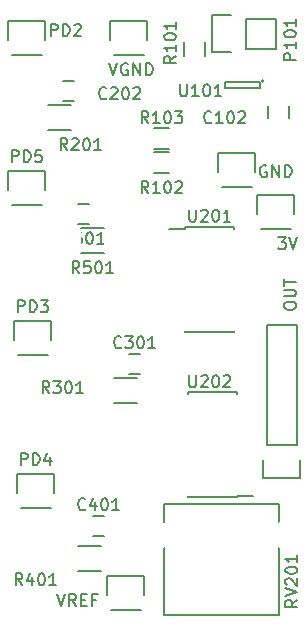
<source format=gto>
G04 #@! TF.FileFunction,Legend,Top*
%FSLAX46Y46*%
G04 Gerber Fmt 4.6, Leading zero omitted, Abs format (unit mm)*
G04 Created by KiCad (PCBNEW 0.201505220134+5676~23~ubuntu14.04.1-product) date Mon 25 May 2015 02:30:49 PM EDT*
%MOMM*%
G01*
G04 APERTURE LIST*
%ADD10C,0.100000*%
%ADD11C,0.203200*%
%ADD12C,0.150000*%
%ADD13R,1.250000X1.500000*%
%ADD14R,1.500000X1.250000*%
%ADD15R,2.032000X2.032000*%
%ADD16O,2.032000X2.032000*%
%ADD17R,1.300000X1.500000*%
%ADD18R,1.500000X1.300000*%
%ADD19R,2.000000X1.700000*%
%ADD20R,0.650000X1.060000*%
%ADD21R,1.500000X0.600000*%
%ADD22R,2.032000X1.727200*%
%ADD23O,2.032000X1.727200*%
%ADD24R,2.235200X2.235200*%
%ADD25C,2.000000*%
%ADD26O,2.200000X2.200000*%
G04 APERTURE END LIST*
D10*
D11*
X101805619Y-92201999D02*
X101805619Y-92008476D01*
X101854000Y-91911714D01*
X101950762Y-91814952D01*
X102144286Y-91766571D01*
X102482952Y-91766571D01*
X102676476Y-91814952D01*
X102773238Y-91911714D01*
X102821619Y-92008476D01*
X102821619Y-92201999D01*
X102773238Y-92298761D01*
X102676476Y-92395523D01*
X102482952Y-92443904D01*
X102144286Y-92443904D01*
X101950762Y-92395523D01*
X101854000Y-92298761D01*
X101805619Y-92201999D01*
X101805619Y-91331142D02*
X102628095Y-91331142D01*
X102724857Y-91282761D01*
X102773238Y-91234380D01*
X102821619Y-91137618D01*
X102821619Y-90944095D01*
X102773238Y-90847333D01*
X102724857Y-90798952D01*
X102628095Y-90750571D01*
X101805619Y-90750571D01*
X101805619Y-90411904D02*
X101805619Y-89831333D01*
X102821619Y-90121618D02*
X101805619Y-90121618D01*
X79514096Y-105615619D02*
X79514096Y-104599619D01*
X79901143Y-104599619D01*
X79997905Y-104648000D01*
X80046286Y-104696381D01*
X80094667Y-104793143D01*
X80094667Y-104938286D01*
X80046286Y-105035048D01*
X79997905Y-105083429D01*
X79901143Y-105131810D01*
X79514096Y-105131810D01*
X80530096Y-105615619D02*
X80530096Y-104599619D01*
X80772001Y-104599619D01*
X80917143Y-104648000D01*
X81013905Y-104744762D01*
X81062286Y-104841524D01*
X81110667Y-105035048D01*
X81110667Y-105180190D01*
X81062286Y-105373714D01*
X81013905Y-105470476D01*
X80917143Y-105567238D01*
X80772001Y-105615619D01*
X80530096Y-105615619D01*
X81981524Y-104938286D02*
X81981524Y-105615619D01*
X81739620Y-104551238D02*
X81497715Y-105276952D01*
X82126667Y-105276952D01*
X79260096Y-92661619D02*
X79260096Y-91645619D01*
X79647143Y-91645619D01*
X79743905Y-91694000D01*
X79792286Y-91742381D01*
X79840667Y-91839143D01*
X79840667Y-91984286D01*
X79792286Y-92081048D01*
X79743905Y-92129429D01*
X79647143Y-92177810D01*
X79260096Y-92177810D01*
X80276096Y-92661619D02*
X80276096Y-91645619D01*
X80518001Y-91645619D01*
X80663143Y-91694000D01*
X80759905Y-91790762D01*
X80808286Y-91887524D01*
X80856667Y-92081048D01*
X80856667Y-92226190D01*
X80808286Y-92419714D01*
X80759905Y-92516476D01*
X80663143Y-92613238D01*
X80518001Y-92661619D01*
X80276096Y-92661619D01*
X81195334Y-91645619D02*
X81824286Y-91645619D01*
X81485620Y-92032667D01*
X81630762Y-92032667D01*
X81727524Y-92081048D01*
X81775905Y-92129429D01*
X81824286Y-92226190D01*
X81824286Y-92468095D01*
X81775905Y-92564857D01*
X81727524Y-92613238D01*
X81630762Y-92661619D01*
X81340477Y-92661619D01*
X81243715Y-92613238D01*
X81195334Y-92564857D01*
X78752096Y-79961619D02*
X78752096Y-78945619D01*
X79139143Y-78945619D01*
X79235905Y-78994000D01*
X79284286Y-79042381D01*
X79332667Y-79139143D01*
X79332667Y-79284286D01*
X79284286Y-79381048D01*
X79235905Y-79429429D01*
X79139143Y-79477810D01*
X78752096Y-79477810D01*
X79768096Y-79961619D02*
X79768096Y-78945619D01*
X80010001Y-78945619D01*
X80155143Y-78994000D01*
X80251905Y-79090762D01*
X80300286Y-79187524D01*
X80348667Y-79381048D01*
X80348667Y-79526190D01*
X80300286Y-79719714D01*
X80251905Y-79816476D01*
X80155143Y-79913238D01*
X80010001Y-79961619D01*
X79768096Y-79961619D01*
X81267905Y-78945619D02*
X80784096Y-78945619D01*
X80735715Y-79429429D01*
X80784096Y-79381048D01*
X80880858Y-79332667D01*
X81122762Y-79332667D01*
X81219524Y-79381048D01*
X81267905Y-79429429D01*
X81316286Y-79526190D01*
X81316286Y-79768095D01*
X81267905Y-79864857D01*
X81219524Y-79913238D01*
X81122762Y-79961619D01*
X80880858Y-79961619D01*
X80784096Y-79913238D01*
X80735715Y-79864857D01*
X82054096Y-69293619D02*
X82054096Y-68277619D01*
X82441143Y-68277619D01*
X82537905Y-68326000D01*
X82586286Y-68374381D01*
X82634667Y-68471143D01*
X82634667Y-68616286D01*
X82586286Y-68713048D01*
X82537905Y-68761429D01*
X82441143Y-68809810D01*
X82054096Y-68809810D01*
X83070096Y-69293619D02*
X83070096Y-68277619D01*
X83312001Y-68277619D01*
X83457143Y-68326000D01*
X83553905Y-68422762D01*
X83602286Y-68519524D01*
X83650667Y-68713048D01*
X83650667Y-68858190D01*
X83602286Y-69051714D01*
X83553905Y-69148476D01*
X83457143Y-69245238D01*
X83312001Y-69293619D01*
X83070096Y-69293619D01*
X84037715Y-68374381D02*
X84086096Y-68326000D01*
X84182858Y-68277619D01*
X84424762Y-68277619D01*
X84521524Y-68326000D01*
X84569905Y-68374381D01*
X84618286Y-68471143D01*
X84618286Y-68567905D01*
X84569905Y-68713048D01*
X83989334Y-69293619D01*
X84618286Y-69293619D01*
X82586286Y-116537619D02*
X82924953Y-117553619D01*
X83263619Y-116537619D01*
X84182857Y-117553619D02*
X83844191Y-117069810D01*
X83602286Y-117553619D02*
X83602286Y-116537619D01*
X83989333Y-116537619D01*
X84086095Y-116586000D01*
X84134476Y-116634381D01*
X84182857Y-116731143D01*
X84182857Y-116876286D01*
X84134476Y-116973048D01*
X84086095Y-117021429D01*
X83989333Y-117069810D01*
X83602286Y-117069810D01*
X84618286Y-117021429D02*
X84956952Y-117021429D01*
X85102095Y-117553619D02*
X84618286Y-117553619D01*
X84618286Y-116537619D01*
X85102095Y-116537619D01*
X85876190Y-117021429D02*
X85537524Y-117021429D01*
X85537524Y-117553619D02*
X85537524Y-116537619D01*
X86021333Y-116537619D01*
X100317905Y-80264000D02*
X100221143Y-80215619D01*
X100076000Y-80215619D01*
X99930858Y-80264000D01*
X99834096Y-80360762D01*
X99785715Y-80457524D01*
X99737334Y-80651048D01*
X99737334Y-80796190D01*
X99785715Y-80989714D01*
X99834096Y-81086476D01*
X99930858Y-81183238D01*
X100076000Y-81231619D01*
X100172762Y-81231619D01*
X100317905Y-81183238D01*
X100366286Y-81134857D01*
X100366286Y-80796190D01*
X100172762Y-80796190D01*
X100801715Y-81231619D02*
X100801715Y-80215619D01*
X101382286Y-81231619D01*
X101382286Y-80215619D01*
X101866096Y-81231619D02*
X101866096Y-80215619D01*
X102108001Y-80215619D01*
X102253143Y-80264000D01*
X102349905Y-80360762D01*
X102398286Y-80457524D01*
X102446667Y-80651048D01*
X102446667Y-80796190D01*
X102398286Y-80989714D01*
X102349905Y-81086476D01*
X102253143Y-81183238D01*
X102108001Y-81231619D01*
X101866096Y-81231619D01*
X101333905Y-86311619D02*
X101962857Y-86311619D01*
X101624191Y-86698667D01*
X101769333Y-86698667D01*
X101866095Y-86747048D01*
X101914476Y-86795429D01*
X101962857Y-86892190D01*
X101962857Y-87134095D01*
X101914476Y-87230857D01*
X101866095Y-87279238D01*
X101769333Y-87327619D01*
X101479048Y-87327619D01*
X101382286Y-87279238D01*
X101333905Y-87230857D01*
X102253143Y-86311619D02*
X102591810Y-87327619D01*
X102930476Y-86311619D01*
X87013143Y-71579619D02*
X87351810Y-72595619D01*
X87690476Y-71579619D01*
X88561333Y-71628000D02*
X88464571Y-71579619D01*
X88319428Y-71579619D01*
X88174286Y-71628000D01*
X88077524Y-71724762D01*
X88029143Y-71821524D01*
X87980762Y-72015048D01*
X87980762Y-72160190D01*
X88029143Y-72353714D01*
X88077524Y-72450476D01*
X88174286Y-72547238D01*
X88319428Y-72595619D01*
X88416190Y-72595619D01*
X88561333Y-72547238D01*
X88609714Y-72498857D01*
X88609714Y-72160190D01*
X88416190Y-72160190D01*
X89045143Y-72595619D02*
X89045143Y-71579619D01*
X89625714Y-72595619D01*
X89625714Y-71579619D01*
X90109524Y-72595619D02*
X90109524Y-71579619D01*
X90351429Y-71579619D01*
X90496571Y-71628000D01*
X90593333Y-71724762D01*
X90641714Y-71821524D01*
X90690095Y-72015048D01*
X90690095Y-72160190D01*
X90641714Y-72353714D01*
X90593333Y-72450476D01*
X90496571Y-72547238D01*
X90351429Y-72595619D01*
X90109524Y-72595619D01*
D12*
X102196000Y-76192000D02*
X102196000Y-75192000D01*
X100496000Y-75192000D02*
X100496000Y-76192000D01*
X83066000Y-74764000D02*
X84066000Y-74764000D01*
X84066000Y-73064000D02*
X83066000Y-73064000D01*
X85606000Y-111594000D02*
X86606000Y-111594000D01*
X86606000Y-109894000D02*
X85606000Y-109894000D01*
X84336000Y-85178000D02*
X85336000Y-85178000D01*
X85336000Y-83478000D02*
X84336000Y-83478000D01*
X98552000Y-67818000D02*
X101092000Y-67818000D01*
X95732000Y-67538000D02*
X97282000Y-67538000D01*
X98552000Y-67818000D02*
X98552000Y-70358000D01*
X97282000Y-70638000D02*
X95732000Y-70638000D01*
X95732000Y-70638000D02*
X95732000Y-67538000D01*
X98552000Y-70358000D02*
X101092000Y-70358000D01*
X101092000Y-70358000D02*
X101092000Y-67818000D01*
X95109000Y-69758000D02*
X95109000Y-70958000D01*
X93359000Y-70958000D02*
X93359000Y-69758000D01*
X90840000Y-79135000D02*
X92040000Y-79135000D01*
X92040000Y-80885000D02*
X90840000Y-80885000D01*
X92040000Y-78853000D02*
X90840000Y-78853000D01*
X90840000Y-77103000D02*
X92040000Y-77103000D01*
X81804000Y-75125000D02*
X83804000Y-75125000D01*
X83804000Y-77275000D02*
X81804000Y-77275000D01*
X87392000Y-98239000D02*
X89392000Y-98239000D01*
X89392000Y-100389000D02*
X87392000Y-100389000D01*
X84344000Y-112463000D02*
X86344000Y-112463000D01*
X86344000Y-114613000D02*
X84344000Y-114613000D01*
X84598000Y-85539000D02*
X86598000Y-85539000D01*
X86598000Y-87689000D02*
X84598000Y-87689000D01*
X100098000Y-73106000D02*
G75*
G03X100098000Y-73106000I-100000J0D01*
G01*
X99748000Y-73656000D02*
X99748000Y-73156000D01*
X96848000Y-73656000D02*
X99748000Y-73656000D01*
X96848000Y-73156000D02*
X96848000Y-73656000D01*
X99748000Y-73156000D02*
X96848000Y-73156000D01*
X93429000Y-85466000D02*
X93429000Y-85581000D01*
X97579000Y-85466000D02*
X97579000Y-85581000D01*
X97579000Y-94366000D02*
X97579000Y-94251000D01*
X93429000Y-94366000D02*
X93429000Y-94251000D01*
X93429000Y-85466000D02*
X97579000Y-85466000D01*
X93429000Y-94366000D02*
X97579000Y-94366000D01*
X93429000Y-85581000D02*
X92054000Y-85581000D01*
X97833000Y-108336000D02*
X97833000Y-108221000D01*
X93683000Y-108336000D02*
X93683000Y-108221000D01*
X93683000Y-99436000D02*
X93683000Y-99551000D01*
X97833000Y-99436000D02*
X97833000Y-99551000D01*
X97833000Y-108336000D02*
X93683000Y-108336000D01*
X97833000Y-99436000D02*
X93683000Y-99436000D01*
X97833000Y-108221000D02*
X99208000Y-108221000D01*
X88654000Y-97878000D02*
X89654000Y-97878000D01*
X89654000Y-96178000D02*
X88654000Y-96178000D01*
X103150000Y-105156000D02*
X103150000Y-106706000D01*
X103150000Y-106706000D02*
X100050000Y-106706000D01*
X100050000Y-106706000D02*
X100050000Y-105156000D01*
X100330000Y-103886000D02*
X100330000Y-93726000D01*
X100330000Y-93726000D02*
X102870000Y-93726000D01*
X102870000Y-93726000D02*
X102870000Y-103886000D01*
X100330000Y-103886000D02*
X102870000Y-103886000D01*
X90196000Y-68046000D02*
X90196000Y-69596000D01*
X87096000Y-69596000D02*
X87096000Y-68046000D01*
X87096000Y-68046000D02*
X90196000Y-68046000D01*
X87376000Y-70866000D02*
X89916000Y-70866000D01*
X102642000Y-82778000D02*
X102642000Y-84328000D01*
X99542000Y-84328000D02*
X99542000Y-82778000D01*
X99542000Y-82778000D02*
X102642000Y-82778000D01*
X99822000Y-85598000D02*
X102362000Y-85598000D01*
X99340000Y-79222000D02*
X99340000Y-80772000D01*
X96240000Y-80772000D02*
X96240000Y-79222000D01*
X96240000Y-79222000D02*
X99340000Y-79222000D01*
X96520000Y-82042000D02*
X99060000Y-82042000D01*
X89942000Y-115036000D02*
X89942000Y-116586000D01*
X86842000Y-116586000D02*
X86842000Y-115036000D01*
X86842000Y-115036000D02*
X89942000Y-115036000D01*
X87122000Y-117856000D02*
X89662000Y-117856000D01*
X81560000Y-68046000D02*
X81560000Y-69596000D01*
X78460000Y-69596000D02*
X78460000Y-68046000D01*
X78460000Y-68046000D02*
X81560000Y-68046000D01*
X78740000Y-70866000D02*
X81280000Y-70866000D01*
X82068000Y-93446000D02*
X82068000Y-94996000D01*
X78968000Y-94996000D02*
X78968000Y-93446000D01*
X78968000Y-93446000D02*
X82068000Y-93446000D01*
X79248000Y-96266000D02*
X81788000Y-96266000D01*
X82322000Y-106400000D02*
X82322000Y-107950000D01*
X79222000Y-107950000D02*
X79222000Y-106400000D01*
X79222000Y-106400000D02*
X82322000Y-106400000D01*
X79502000Y-109220000D02*
X82042000Y-109220000D01*
X81560000Y-80746000D02*
X81560000Y-82296000D01*
X78460000Y-82296000D02*
X78460000Y-80746000D01*
X78460000Y-80746000D02*
X81560000Y-80746000D01*
X78740000Y-83566000D02*
X81280000Y-83566000D01*
X91620000Y-108908000D02*
X101420000Y-108908000D01*
X91620000Y-118308000D02*
X101420000Y-118308000D01*
X101420000Y-108908000D02*
X101420000Y-118308000D01*
X91620000Y-108908000D02*
X91620000Y-118308000D01*
X95654953Y-76557143D02*
X95607334Y-76604762D01*
X95464477Y-76652381D01*
X95369239Y-76652381D01*
X95226381Y-76604762D01*
X95131143Y-76509524D01*
X95083524Y-76414286D01*
X95035905Y-76223810D01*
X95035905Y-76080952D01*
X95083524Y-75890476D01*
X95131143Y-75795238D01*
X95226381Y-75700000D01*
X95369239Y-75652381D01*
X95464477Y-75652381D01*
X95607334Y-75700000D01*
X95654953Y-75747619D01*
X96607334Y-76652381D02*
X96035905Y-76652381D01*
X96321619Y-76652381D02*
X96321619Y-75652381D01*
X96226381Y-75795238D01*
X96131143Y-75890476D01*
X96035905Y-75938095D01*
X97226381Y-75652381D02*
X97321620Y-75652381D01*
X97416858Y-75700000D01*
X97464477Y-75747619D01*
X97512096Y-75842857D01*
X97559715Y-76033333D01*
X97559715Y-76271429D01*
X97512096Y-76461905D01*
X97464477Y-76557143D01*
X97416858Y-76604762D01*
X97321620Y-76652381D01*
X97226381Y-76652381D01*
X97131143Y-76604762D01*
X97083524Y-76557143D01*
X97035905Y-76461905D01*
X96988286Y-76271429D01*
X96988286Y-76033333D01*
X97035905Y-75842857D01*
X97083524Y-75747619D01*
X97131143Y-75700000D01*
X97226381Y-75652381D01*
X97940667Y-75747619D02*
X97988286Y-75700000D01*
X98083524Y-75652381D01*
X98321620Y-75652381D01*
X98416858Y-75700000D01*
X98464477Y-75747619D01*
X98512096Y-75842857D01*
X98512096Y-75938095D01*
X98464477Y-76080952D01*
X97893048Y-76652381D01*
X98512096Y-76652381D01*
X86764953Y-74525143D02*
X86717334Y-74572762D01*
X86574477Y-74620381D01*
X86479239Y-74620381D01*
X86336381Y-74572762D01*
X86241143Y-74477524D01*
X86193524Y-74382286D01*
X86145905Y-74191810D01*
X86145905Y-74048952D01*
X86193524Y-73858476D01*
X86241143Y-73763238D01*
X86336381Y-73668000D01*
X86479239Y-73620381D01*
X86574477Y-73620381D01*
X86717334Y-73668000D01*
X86764953Y-73715619D01*
X87145905Y-73715619D02*
X87193524Y-73668000D01*
X87288762Y-73620381D01*
X87526858Y-73620381D01*
X87622096Y-73668000D01*
X87669715Y-73715619D01*
X87717334Y-73810857D01*
X87717334Y-73906095D01*
X87669715Y-74048952D01*
X87098286Y-74620381D01*
X87717334Y-74620381D01*
X88336381Y-73620381D02*
X88431620Y-73620381D01*
X88526858Y-73668000D01*
X88574477Y-73715619D01*
X88622096Y-73810857D01*
X88669715Y-74001333D01*
X88669715Y-74239429D01*
X88622096Y-74429905D01*
X88574477Y-74525143D01*
X88526858Y-74572762D01*
X88431620Y-74620381D01*
X88336381Y-74620381D01*
X88241143Y-74572762D01*
X88193524Y-74525143D01*
X88145905Y-74429905D01*
X88098286Y-74239429D01*
X88098286Y-74001333D01*
X88145905Y-73810857D01*
X88193524Y-73715619D01*
X88241143Y-73668000D01*
X88336381Y-73620381D01*
X89050667Y-73715619D02*
X89098286Y-73668000D01*
X89193524Y-73620381D01*
X89431620Y-73620381D01*
X89526858Y-73668000D01*
X89574477Y-73715619D01*
X89622096Y-73810857D01*
X89622096Y-73906095D01*
X89574477Y-74048952D01*
X89003048Y-74620381D01*
X89622096Y-74620381D01*
X84986953Y-109323143D02*
X84939334Y-109370762D01*
X84796477Y-109418381D01*
X84701239Y-109418381D01*
X84558381Y-109370762D01*
X84463143Y-109275524D01*
X84415524Y-109180286D01*
X84367905Y-108989810D01*
X84367905Y-108846952D01*
X84415524Y-108656476D01*
X84463143Y-108561238D01*
X84558381Y-108466000D01*
X84701239Y-108418381D01*
X84796477Y-108418381D01*
X84939334Y-108466000D01*
X84986953Y-108513619D01*
X85844096Y-108751714D02*
X85844096Y-109418381D01*
X85606000Y-108370762D02*
X85367905Y-109085048D01*
X85986953Y-109085048D01*
X86558381Y-108418381D02*
X86653620Y-108418381D01*
X86748858Y-108466000D01*
X86796477Y-108513619D01*
X86844096Y-108608857D01*
X86891715Y-108799333D01*
X86891715Y-109037429D01*
X86844096Y-109227905D01*
X86796477Y-109323143D01*
X86748858Y-109370762D01*
X86653620Y-109418381D01*
X86558381Y-109418381D01*
X86463143Y-109370762D01*
X86415524Y-109323143D01*
X86367905Y-109227905D01*
X86320286Y-109037429D01*
X86320286Y-108799333D01*
X86367905Y-108608857D01*
X86415524Y-108513619D01*
X86463143Y-108466000D01*
X86558381Y-108418381D01*
X87844096Y-109418381D02*
X87272667Y-109418381D01*
X87558381Y-109418381D02*
X87558381Y-108418381D01*
X87463143Y-108561238D01*
X87367905Y-108656476D01*
X87272667Y-108704095D01*
X83716953Y-86785143D02*
X83669334Y-86832762D01*
X83526477Y-86880381D01*
X83431239Y-86880381D01*
X83288381Y-86832762D01*
X83193143Y-86737524D01*
X83145524Y-86642286D01*
X83097905Y-86451810D01*
X83097905Y-86308952D01*
X83145524Y-86118476D01*
X83193143Y-86023238D01*
X83288381Y-85928000D01*
X83431239Y-85880381D01*
X83526477Y-85880381D01*
X83669334Y-85928000D01*
X83716953Y-85975619D01*
X84621715Y-85880381D02*
X84145524Y-85880381D01*
X84097905Y-86356571D01*
X84145524Y-86308952D01*
X84240762Y-86261333D01*
X84478858Y-86261333D01*
X84574096Y-86308952D01*
X84621715Y-86356571D01*
X84669334Y-86451810D01*
X84669334Y-86689905D01*
X84621715Y-86785143D01*
X84574096Y-86832762D01*
X84478858Y-86880381D01*
X84240762Y-86880381D01*
X84145524Y-86832762D01*
X84097905Y-86785143D01*
X85288381Y-85880381D02*
X85383620Y-85880381D01*
X85478858Y-85928000D01*
X85526477Y-85975619D01*
X85574096Y-86070857D01*
X85621715Y-86261333D01*
X85621715Y-86499429D01*
X85574096Y-86689905D01*
X85526477Y-86785143D01*
X85478858Y-86832762D01*
X85383620Y-86880381D01*
X85288381Y-86880381D01*
X85193143Y-86832762D01*
X85145524Y-86785143D01*
X85097905Y-86689905D01*
X85050286Y-86499429D01*
X85050286Y-86261333D01*
X85097905Y-86070857D01*
X85145524Y-85975619D01*
X85193143Y-85928000D01*
X85288381Y-85880381D01*
X86574096Y-86880381D02*
X86002667Y-86880381D01*
X86288381Y-86880381D02*
X86288381Y-85880381D01*
X86193143Y-86023238D01*
X86097905Y-86118476D01*
X86002667Y-86166095D01*
X102814381Y-71286476D02*
X101814381Y-71286476D01*
X101814381Y-70905523D01*
X101862000Y-70810285D01*
X101909619Y-70762666D01*
X102004857Y-70715047D01*
X102147714Y-70715047D01*
X102242952Y-70762666D01*
X102290571Y-70810285D01*
X102338190Y-70905523D01*
X102338190Y-71286476D01*
X102814381Y-69762666D02*
X102814381Y-70334095D01*
X102814381Y-70048381D02*
X101814381Y-70048381D01*
X101957238Y-70143619D01*
X102052476Y-70238857D01*
X102100095Y-70334095D01*
X101814381Y-69143619D02*
X101814381Y-69048380D01*
X101862000Y-68953142D01*
X101909619Y-68905523D01*
X102004857Y-68857904D01*
X102195333Y-68810285D01*
X102433429Y-68810285D01*
X102623905Y-68857904D01*
X102719143Y-68905523D01*
X102766762Y-68953142D01*
X102814381Y-69048380D01*
X102814381Y-69143619D01*
X102766762Y-69238857D01*
X102719143Y-69286476D01*
X102623905Y-69334095D01*
X102433429Y-69381714D01*
X102195333Y-69381714D01*
X102004857Y-69334095D01*
X101909619Y-69286476D01*
X101862000Y-69238857D01*
X101814381Y-69143619D01*
X102814381Y-67857904D02*
X102814381Y-68429333D01*
X102814381Y-68143619D02*
X101814381Y-68143619D01*
X101957238Y-68238857D01*
X102052476Y-68334095D01*
X102100095Y-68429333D01*
X92654381Y-70969047D02*
X92178190Y-71302381D01*
X92654381Y-71540476D02*
X91654381Y-71540476D01*
X91654381Y-71159523D01*
X91702000Y-71064285D01*
X91749619Y-71016666D01*
X91844857Y-70969047D01*
X91987714Y-70969047D01*
X92082952Y-71016666D01*
X92130571Y-71064285D01*
X92178190Y-71159523D01*
X92178190Y-71540476D01*
X92654381Y-70016666D02*
X92654381Y-70588095D01*
X92654381Y-70302381D02*
X91654381Y-70302381D01*
X91797238Y-70397619D01*
X91892476Y-70492857D01*
X91940095Y-70588095D01*
X91654381Y-69397619D02*
X91654381Y-69302380D01*
X91702000Y-69207142D01*
X91749619Y-69159523D01*
X91844857Y-69111904D01*
X92035333Y-69064285D01*
X92273429Y-69064285D01*
X92463905Y-69111904D01*
X92559143Y-69159523D01*
X92606762Y-69207142D01*
X92654381Y-69302380D01*
X92654381Y-69397619D01*
X92606762Y-69492857D01*
X92559143Y-69540476D01*
X92463905Y-69588095D01*
X92273429Y-69635714D01*
X92035333Y-69635714D01*
X91844857Y-69588095D01*
X91749619Y-69540476D01*
X91702000Y-69492857D01*
X91654381Y-69397619D01*
X92654381Y-68111904D02*
X92654381Y-68683333D01*
X92654381Y-68397619D02*
X91654381Y-68397619D01*
X91797238Y-68492857D01*
X91892476Y-68588095D01*
X91940095Y-68683333D01*
X90320953Y-82562381D02*
X89987619Y-82086190D01*
X89749524Y-82562381D02*
X89749524Y-81562381D01*
X90130477Y-81562381D01*
X90225715Y-81610000D01*
X90273334Y-81657619D01*
X90320953Y-81752857D01*
X90320953Y-81895714D01*
X90273334Y-81990952D01*
X90225715Y-82038571D01*
X90130477Y-82086190D01*
X89749524Y-82086190D01*
X91273334Y-82562381D02*
X90701905Y-82562381D01*
X90987619Y-82562381D02*
X90987619Y-81562381D01*
X90892381Y-81705238D01*
X90797143Y-81800476D01*
X90701905Y-81848095D01*
X91892381Y-81562381D02*
X91987620Y-81562381D01*
X92082858Y-81610000D01*
X92130477Y-81657619D01*
X92178096Y-81752857D01*
X92225715Y-81943333D01*
X92225715Y-82181429D01*
X92178096Y-82371905D01*
X92130477Y-82467143D01*
X92082858Y-82514762D01*
X91987620Y-82562381D01*
X91892381Y-82562381D01*
X91797143Y-82514762D01*
X91749524Y-82467143D01*
X91701905Y-82371905D01*
X91654286Y-82181429D01*
X91654286Y-81943333D01*
X91701905Y-81752857D01*
X91749524Y-81657619D01*
X91797143Y-81610000D01*
X91892381Y-81562381D01*
X92606667Y-81657619D02*
X92654286Y-81610000D01*
X92749524Y-81562381D01*
X92987620Y-81562381D01*
X93082858Y-81610000D01*
X93130477Y-81657619D01*
X93178096Y-81752857D01*
X93178096Y-81848095D01*
X93130477Y-81990952D01*
X92559048Y-82562381D01*
X93178096Y-82562381D01*
X90320953Y-76652381D02*
X89987619Y-76176190D01*
X89749524Y-76652381D02*
X89749524Y-75652381D01*
X90130477Y-75652381D01*
X90225715Y-75700000D01*
X90273334Y-75747619D01*
X90320953Y-75842857D01*
X90320953Y-75985714D01*
X90273334Y-76080952D01*
X90225715Y-76128571D01*
X90130477Y-76176190D01*
X89749524Y-76176190D01*
X91273334Y-76652381D02*
X90701905Y-76652381D01*
X90987619Y-76652381D02*
X90987619Y-75652381D01*
X90892381Y-75795238D01*
X90797143Y-75890476D01*
X90701905Y-75938095D01*
X91892381Y-75652381D02*
X91987620Y-75652381D01*
X92082858Y-75700000D01*
X92130477Y-75747619D01*
X92178096Y-75842857D01*
X92225715Y-76033333D01*
X92225715Y-76271429D01*
X92178096Y-76461905D01*
X92130477Y-76557143D01*
X92082858Y-76604762D01*
X91987620Y-76652381D01*
X91892381Y-76652381D01*
X91797143Y-76604762D01*
X91749524Y-76557143D01*
X91701905Y-76461905D01*
X91654286Y-76271429D01*
X91654286Y-76033333D01*
X91701905Y-75842857D01*
X91749524Y-75747619D01*
X91797143Y-75700000D01*
X91892381Y-75652381D01*
X92559048Y-75652381D02*
X93178096Y-75652381D01*
X92844762Y-76033333D01*
X92987620Y-76033333D01*
X93082858Y-76080952D01*
X93130477Y-76128571D01*
X93178096Y-76223810D01*
X93178096Y-76461905D01*
X93130477Y-76557143D01*
X93082858Y-76604762D01*
X92987620Y-76652381D01*
X92701905Y-76652381D01*
X92606667Y-76604762D01*
X92559048Y-76557143D01*
X83462953Y-78938381D02*
X83129619Y-78462190D01*
X82891524Y-78938381D02*
X82891524Y-77938381D01*
X83272477Y-77938381D01*
X83367715Y-77986000D01*
X83415334Y-78033619D01*
X83462953Y-78128857D01*
X83462953Y-78271714D01*
X83415334Y-78366952D01*
X83367715Y-78414571D01*
X83272477Y-78462190D01*
X82891524Y-78462190D01*
X83843905Y-78033619D02*
X83891524Y-77986000D01*
X83986762Y-77938381D01*
X84224858Y-77938381D01*
X84320096Y-77986000D01*
X84367715Y-78033619D01*
X84415334Y-78128857D01*
X84415334Y-78224095D01*
X84367715Y-78366952D01*
X83796286Y-78938381D01*
X84415334Y-78938381D01*
X85034381Y-77938381D02*
X85129620Y-77938381D01*
X85224858Y-77986000D01*
X85272477Y-78033619D01*
X85320096Y-78128857D01*
X85367715Y-78319333D01*
X85367715Y-78557429D01*
X85320096Y-78747905D01*
X85272477Y-78843143D01*
X85224858Y-78890762D01*
X85129620Y-78938381D01*
X85034381Y-78938381D01*
X84939143Y-78890762D01*
X84891524Y-78843143D01*
X84843905Y-78747905D01*
X84796286Y-78557429D01*
X84796286Y-78319333D01*
X84843905Y-78128857D01*
X84891524Y-78033619D01*
X84939143Y-77986000D01*
X85034381Y-77938381D01*
X86320096Y-78938381D02*
X85748667Y-78938381D01*
X86034381Y-78938381D02*
X86034381Y-77938381D01*
X85939143Y-78081238D01*
X85843905Y-78176476D01*
X85748667Y-78224095D01*
X81938953Y-99512381D02*
X81605619Y-99036190D01*
X81367524Y-99512381D02*
X81367524Y-98512381D01*
X81748477Y-98512381D01*
X81843715Y-98560000D01*
X81891334Y-98607619D01*
X81938953Y-98702857D01*
X81938953Y-98845714D01*
X81891334Y-98940952D01*
X81843715Y-98988571D01*
X81748477Y-99036190D01*
X81367524Y-99036190D01*
X82272286Y-98512381D02*
X82891334Y-98512381D01*
X82558000Y-98893333D01*
X82700858Y-98893333D01*
X82796096Y-98940952D01*
X82843715Y-98988571D01*
X82891334Y-99083810D01*
X82891334Y-99321905D01*
X82843715Y-99417143D01*
X82796096Y-99464762D01*
X82700858Y-99512381D01*
X82415143Y-99512381D01*
X82319905Y-99464762D01*
X82272286Y-99417143D01*
X83510381Y-98512381D02*
X83605620Y-98512381D01*
X83700858Y-98560000D01*
X83748477Y-98607619D01*
X83796096Y-98702857D01*
X83843715Y-98893333D01*
X83843715Y-99131429D01*
X83796096Y-99321905D01*
X83748477Y-99417143D01*
X83700858Y-99464762D01*
X83605620Y-99512381D01*
X83510381Y-99512381D01*
X83415143Y-99464762D01*
X83367524Y-99417143D01*
X83319905Y-99321905D01*
X83272286Y-99131429D01*
X83272286Y-98893333D01*
X83319905Y-98702857D01*
X83367524Y-98607619D01*
X83415143Y-98560000D01*
X83510381Y-98512381D01*
X84796096Y-99512381D02*
X84224667Y-99512381D01*
X84510381Y-99512381D02*
X84510381Y-98512381D01*
X84415143Y-98655238D01*
X84319905Y-98750476D01*
X84224667Y-98798095D01*
X79652953Y-115768381D02*
X79319619Y-115292190D01*
X79081524Y-115768381D02*
X79081524Y-114768381D01*
X79462477Y-114768381D01*
X79557715Y-114816000D01*
X79605334Y-114863619D01*
X79652953Y-114958857D01*
X79652953Y-115101714D01*
X79605334Y-115196952D01*
X79557715Y-115244571D01*
X79462477Y-115292190D01*
X79081524Y-115292190D01*
X80510096Y-115101714D02*
X80510096Y-115768381D01*
X80272000Y-114720762D02*
X80033905Y-115435048D01*
X80652953Y-115435048D01*
X81224381Y-114768381D02*
X81319620Y-114768381D01*
X81414858Y-114816000D01*
X81462477Y-114863619D01*
X81510096Y-114958857D01*
X81557715Y-115149333D01*
X81557715Y-115387429D01*
X81510096Y-115577905D01*
X81462477Y-115673143D01*
X81414858Y-115720762D01*
X81319620Y-115768381D01*
X81224381Y-115768381D01*
X81129143Y-115720762D01*
X81081524Y-115673143D01*
X81033905Y-115577905D01*
X80986286Y-115387429D01*
X80986286Y-115149333D01*
X81033905Y-114958857D01*
X81081524Y-114863619D01*
X81129143Y-114816000D01*
X81224381Y-114768381D01*
X82510096Y-115768381D02*
X81938667Y-115768381D01*
X82224381Y-115768381D02*
X82224381Y-114768381D01*
X82129143Y-114911238D01*
X82033905Y-115006476D01*
X81938667Y-115054095D01*
X84478953Y-89366381D02*
X84145619Y-88890190D01*
X83907524Y-89366381D02*
X83907524Y-88366381D01*
X84288477Y-88366381D01*
X84383715Y-88414000D01*
X84431334Y-88461619D01*
X84478953Y-88556857D01*
X84478953Y-88699714D01*
X84431334Y-88794952D01*
X84383715Y-88842571D01*
X84288477Y-88890190D01*
X83907524Y-88890190D01*
X85383715Y-88366381D02*
X84907524Y-88366381D01*
X84859905Y-88842571D01*
X84907524Y-88794952D01*
X85002762Y-88747333D01*
X85240858Y-88747333D01*
X85336096Y-88794952D01*
X85383715Y-88842571D01*
X85431334Y-88937810D01*
X85431334Y-89175905D01*
X85383715Y-89271143D01*
X85336096Y-89318762D01*
X85240858Y-89366381D01*
X85002762Y-89366381D01*
X84907524Y-89318762D01*
X84859905Y-89271143D01*
X86050381Y-88366381D02*
X86145620Y-88366381D01*
X86240858Y-88414000D01*
X86288477Y-88461619D01*
X86336096Y-88556857D01*
X86383715Y-88747333D01*
X86383715Y-88985429D01*
X86336096Y-89175905D01*
X86288477Y-89271143D01*
X86240858Y-89318762D01*
X86145620Y-89366381D01*
X86050381Y-89366381D01*
X85955143Y-89318762D01*
X85907524Y-89271143D01*
X85859905Y-89175905D01*
X85812286Y-88985429D01*
X85812286Y-88747333D01*
X85859905Y-88556857D01*
X85907524Y-88461619D01*
X85955143Y-88414000D01*
X86050381Y-88366381D01*
X87336096Y-89366381D02*
X86764667Y-89366381D01*
X87050381Y-89366381D02*
X87050381Y-88366381D01*
X86955143Y-88509238D01*
X86859905Y-88604476D01*
X86764667Y-88652095D01*
X93027714Y-73366381D02*
X93027714Y-74175905D01*
X93075333Y-74271143D01*
X93122952Y-74318762D01*
X93218190Y-74366381D01*
X93408667Y-74366381D01*
X93503905Y-74318762D01*
X93551524Y-74271143D01*
X93599143Y-74175905D01*
X93599143Y-73366381D01*
X94599143Y-74366381D02*
X94027714Y-74366381D01*
X94313428Y-74366381D02*
X94313428Y-73366381D01*
X94218190Y-73509238D01*
X94122952Y-73604476D01*
X94027714Y-73652095D01*
X95218190Y-73366381D02*
X95313429Y-73366381D01*
X95408667Y-73414000D01*
X95456286Y-73461619D01*
X95503905Y-73556857D01*
X95551524Y-73747333D01*
X95551524Y-73985429D01*
X95503905Y-74175905D01*
X95456286Y-74271143D01*
X95408667Y-74318762D01*
X95313429Y-74366381D01*
X95218190Y-74366381D01*
X95122952Y-74318762D01*
X95075333Y-74271143D01*
X95027714Y-74175905D01*
X94980095Y-73985429D01*
X94980095Y-73747333D01*
X95027714Y-73556857D01*
X95075333Y-73461619D01*
X95122952Y-73414000D01*
X95218190Y-73366381D01*
X96503905Y-74366381D02*
X95932476Y-74366381D01*
X96218190Y-74366381D02*
X96218190Y-73366381D01*
X96122952Y-73509238D01*
X96027714Y-73604476D01*
X95932476Y-73652095D01*
X93789714Y-83993381D02*
X93789714Y-84802905D01*
X93837333Y-84898143D01*
X93884952Y-84945762D01*
X93980190Y-84993381D01*
X94170667Y-84993381D01*
X94265905Y-84945762D01*
X94313524Y-84898143D01*
X94361143Y-84802905D01*
X94361143Y-83993381D01*
X94789714Y-84088619D02*
X94837333Y-84041000D01*
X94932571Y-83993381D01*
X95170667Y-83993381D01*
X95265905Y-84041000D01*
X95313524Y-84088619D01*
X95361143Y-84183857D01*
X95361143Y-84279095D01*
X95313524Y-84421952D01*
X94742095Y-84993381D01*
X95361143Y-84993381D01*
X95980190Y-83993381D02*
X96075429Y-83993381D01*
X96170667Y-84041000D01*
X96218286Y-84088619D01*
X96265905Y-84183857D01*
X96313524Y-84374333D01*
X96313524Y-84612429D01*
X96265905Y-84802905D01*
X96218286Y-84898143D01*
X96170667Y-84945762D01*
X96075429Y-84993381D01*
X95980190Y-84993381D01*
X95884952Y-84945762D01*
X95837333Y-84898143D01*
X95789714Y-84802905D01*
X95742095Y-84612429D01*
X95742095Y-84374333D01*
X95789714Y-84183857D01*
X95837333Y-84088619D01*
X95884952Y-84041000D01*
X95980190Y-83993381D01*
X97265905Y-84993381D02*
X96694476Y-84993381D01*
X96980190Y-84993381D02*
X96980190Y-83993381D01*
X96884952Y-84136238D01*
X96789714Y-84231476D01*
X96694476Y-84279095D01*
X93789714Y-98004381D02*
X93789714Y-98813905D01*
X93837333Y-98909143D01*
X93884952Y-98956762D01*
X93980190Y-99004381D01*
X94170667Y-99004381D01*
X94265905Y-98956762D01*
X94313524Y-98909143D01*
X94361143Y-98813905D01*
X94361143Y-98004381D01*
X94789714Y-98099619D02*
X94837333Y-98052000D01*
X94932571Y-98004381D01*
X95170667Y-98004381D01*
X95265905Y-98052000D01*
X95313524Y-98099619D01*
X95361143Y-98194857D01*
X95361143Y-98290095D01*
X95313524Y-98432952D01*
X94742095Y-99004381D01*
X95361143Y-99004381D01*
X95980190Y-98004381D02*
X96075429Y-98004381D01*
X96170667Y-98052000D01*
X96218286Y-98099619D01*
X96265905Y-98194857D01*
X96313524Y-98385333D01*
X96313524Y-98623429D01*
X96265905Y-98813905D01*
X96218286Y-98909143D01*
X96170667Y-98956762D01*
X96075429Y-99004381D01*
X95980190Y-99004381D01*
X95884952Y-98956762D01*
X95837333Y-98909143D01*
X95789714Y-98813905D01*
X95742095Y-98623429D01*
X95742095Y-98385333D01*
X95789714Y-98194857D01*
X95837333Y-98099619D01*
X95884952Y-98052000D01*
X95980190Y-98004381D01*
X96694476Y-98099619D02*
X96742095Y-98052000D01*
X96837333Y-98004381D01*
X97075429Y-98004381D01*
X97170667Y-98052000D01*
X97218286Y-98099619D01*
X97265905Y-98194857D01*
X97265905Y-98290095D01*
X97218286Y-98432952D01*
X96646857Y-99004381D01*
X97265905Y-99004381D01*
X88034953Y-95607143D02*
X87987334Y-95654762D01*
X87844477Y-95702381D01*
X87749239Y-95702381D01*
X87606381Y-95654762D01*
X87511143Y-95559524D01*
X87463524Y-95464286D01*
X87415905Y-95273810D01*
X87415905Y-95130952D01*
X87463524Y-94940476D01*
X87511143Y-94845238D01*
X87606381Y-94750000D01*
X87749239Y-94702381D01*
X87844477Y-94702381D01*
X87987334Y-94750000D01*
X88034953Y-94797619D01*
X88368286Y-94702381D02*
X88987334Y-94702381D01*
X88654000Y-95083333D01*
X88796858Y-95083333D01*
X88892096Y-95130952D01*
X88939715Y-95178571D01*
X88987334Y-95273810D01*
X88987334Y-95511905D01*
X88939715Y-95607143D01*
X88892096Y-95654762D01*
X88796858Y-95702381D01*
X88511143Y-95702381D01*
X88415905Y-95654762D01*
X88368286Y-95607143D01*
X89606381Y-94702381D02*
X89701620Y-94702381D01*
X89796858Y-94750000D01*
X89844477Y-94797619D01*
X89892096Y-94892857D01*
X89939715Y-95083333D01*
X89939715Y-95321429D01*
X89892096Y-95511905D01*
X89844477Y-95607143D01*
X89796858Y-95654762D01*
X89701620Y-95702381D01*
X89606381Y-95702381D01*
X89511143Y-95654762D01*
X89463524Y-95607143D01*
X89415905Y-95511905D01*
X89368286Y-95321429D01*
X89368286Y-95083333D01*
X89415905Y-94892857D01*
X89463524Y-94797619D01*
X89511143Y-94750000D01*
X89606381Y-94702381D01*
X90892096Y-95702381D02*
X90320667Y-95702381D01*
X90606381Y-95702381D02*
X90606381Y-94702381D01*
X90511143Y-94845238D01*
X90415905Y-94940476D01*
X90320667Y-94988095D01*
X102948619Y-117015381D02*
X102464810Y-117354047D01*
X102948619Y-117595952D02*
X101932619Y-117595952D01*
X101932619Y-117208905D01*
X101981000Y-117112143D01*
X102029381Y-117063762D01*
X102126143Y-117015381D01*
X102271286Y-117015381D01*
X102368048Y-117063762D01*
X102416429Y-117112143D01*
X102464810Y-117208905D01*
X102464810Y-117595952D01*
X101932619Y-116725095D02*
X102948619Y-116386428D01*
X101932619Y-116047762D01*
X102029381Y-115757476D02*
X101981000Y-115709095D01*
X101932619Y-115612333D01*
X101932619Y-115370429D01*
X101981000Y-115273667D01*
X102029381Y-115225286D01*
X102126143Y-115176905D01*
X102222905Y-115176905D01*
X102368048Y-115225286D01*
X102948619Y-115805857D01*
X102948619Y-115176905D01*
X101932619Y-114547952D02*
X101932619Y-114451191D01*
X101981000Y-114354429D01*
X102029381Y-114306048D01*
X102126143Y-114257667D01*
X102319667Y-114209286D01*
X102561571Y-114209286D01*
X102755095Y-114257667D01*
X102851857Y-114306048D01*
X102900238Y-114354429D01*
X102948619Y-114451191D01*
X102948619Y-114547952D01*
X102900238Y-114644714D01*
X102851857Y-114693095D01*
X102755095Y-114741476D01*
X102561571Y-114789857D01*
X102319667Y-114789857D01*
X102126143Y-114741476D01*
X102029381Y-114693095D01*
X101981000Y-114644714D01*
X101932619Y-114547952D01*
X102948619Y-113241667D02*
X102948619Y-113822238D01*
X102948619Y-113531952D02*
X101932619Y-113531952D01*
X102077762Y-113628714D01*
X102174524Y-113725476D01*
X102222905Y-113822238D01*
%LPC*%
D13*
X101346000Y-74442000D03*
X101346000Y-76942000D03*
D14*
X84816000Y-73914000D03*
X82316000Y-73914000D03*
X87356000Y-110744000D03*
X84856000Y-110744000D03*
X86086000Y-84328000D03*
X83586000Y-84328000D03*
D15*
X97282000Y-69088000D03*
D16*
X99822000Y-69088000D03*
D17*
X94234000Y-71708000D03*
X94234000Y-69008000D03*
D18*
X92790000Y-80010000D03*
X90090000Y-80010000D03*
X90090000Y-77978000D03*
X92790000Y-77978000D03*
D19*
X84804000Y-76200000D03*
X80804000Y-76200000D03*
X90392000Y-99314000D03*
X86392000Y-99314000D03*
X87344000Y-113538000D03*
X83344000Y-113538000D03*
X87598000Y-86614000D03*
X83598000Y-86614000D03*
D20*
X99248000Y-72306000D03*
X98298000Y-72306000D03*
X97348000Y-72306000D03*
X97348000Y-74506000D03*
X99248000Y-74506000D03*
D21*
X92804000Y-86106000D03*
X92804000Y-87376000D03*
X92804000Y-88646000D03*
X92804000Y-89916000D03*
X92804000Y-91186000D03*
X92804000Y-92456000D03*
X92804000Y-93726000D03*
X98204000Y-93726000D03*
X98204000Y-92456000D03*
X98204000Y-91186000D03*
X98204000Y-89916000D03*
X98204000Y-88646000D03*
X98204000Y-87376000D03*
X98204000Y-86106000D03*
X98458000Y-107696000D03*
X98458000Y-106426000D03*
X98458000Y-105156000D03*
X98458000Y-103886000D03*
X98458000Y-102616000D03*
X98458000Y-101346000D03*
X98458000Y-100076000D03*
X93058000Y-100076000D03*
X93058000Y-101346000D03*
X93058000Y-102616000D03*
X93058000Y-103886000D03*
X93058000Y-105156000D03*
X93058000Y-106426000D03*
X93058000Y-107696000D03*
D14*
X90404000Y-97028000D03*
X87904000Y-97028000D03*
D22*
X101600000Y-105156000D03*
D23*
X101600000Y-102616000D03*
X101600000Y-100076000D03*
X101600000Y-97536000D03*
X101600000Y-94996000D03*
D24*
X88646000Y-69596000D03*
X101092000Y-84328000D03*
X97790000Y-80772000D03*
X88392000Y-116586000D03*
X80010000Y-69596000D03*
X80518000Y-94996000D03*
X80772000Y-107950000D03*
X80010000Y-82296000D03*
D25*
X99020000Y-114808000D03*
X96520000Y-114808000D03*
X94020000Y-114808000D03*
D26*
X101620000Y-111508000D03*
X91420000Y-111508000D03*
M02*

</source>
